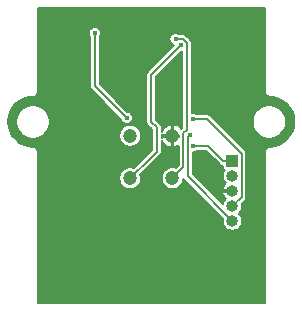
<source format=gbr>
G04 #@! TF.GenerationSoftware,KiCad,Pcbnew,5.1.9*
G04 #@! TF.CreationDate,2021-04-01T11:10:47+02:00*
G04 #@! TF.ProjectId,Y11025HL,59313130-3235-4484-9c2e-6b696361645f,rev?*
G04 #@! TF.SameCoordinates,Original*
G04 #@! TF.FileFunction,Copper,L2,Bot*
G04 #@! TF.FilePolarity,Positive*
%FSLAX45Y45*%
G04 Gerber Fmt 4.5, Leading zero omitted, Abs format (unit mm)*
G04 Created by KiCad (PCBNEW 5.1.9) date 2021-04-01 11:10:47*
%MOMM*%
%LPD*%
G01*
G04 APERTURE LIST*
G04 #@! TA.AperFunction,ComponentPad*
%ADD10C,1.200000*%
G04 #@! TD*
G04 #@! TA.AperFunction,ComponentPad*
%ADD11R,1.000000X1.000000*%
G04 #@! TD*
G04 #@! TA.AperFunction,ComponentPad*
%ADD12O,1.000000X1.000000*%
G04 #@! TD*
G04 #@! TA.AperFunction,ViaPad*
%ADD13C,0.400000*%
G04 #@! TD*
G04 #@! TA.AperFunction,Conductor*
%ADD14C,0.180000*%
G04 #@! TD*
G04 #@! TA.AperFunction,Conductor*
%ADD15C,0.150000*%
G04 #@! TD*
G04 #@! TA.AperFunction,Conductor*
%ADD16C,0.100000*%
G04 #@! TD*
G04 APERTURE END LIST*
D10*
X9820395Y-10179605D03*
X10179605Y-10179605D03*
X10179605Y-9820395D03*
X9820395Y-9820395D03*
D11*
X10687000Y-10033000D03*
D12*
X10687000Y-10160000D03*
X10687000Y-10287000D03*
X10687000Y-10414000D03*
X10687000Y-10541000D03*
D13*
X9150350Y-9080500D03*
X9150350Y-9366250D03*
X9645650Y-10344150D03*
X9290050Y-10655300D03*
X9093200Y-11049000D03*
X9086850Y-10299700D03*
X9245600Y-9918700D03*
X9315450Y-9632950D03*
X9512300Y-9791700D03*
X9709150Y-9740900D03*
X9994900Y-9861550D03*
X9594850Y-9543250D03*
X10375900Y-10115550D03*
X10204450Y-10045700D03*
X10737850Y-9182100D03*
X10807700Y-8966200D03*
X10325100Y-8966200D03*
X10407650Y-9550400D03*
X9753600Y-8858250D03*
X9436100Y-9004300D03*
X10205080Y-9001170D03*
X10251370Y-9052830D03*
X10355670Y-9904990D03*
X10349000Y-9674510D03*
X10327000Y-9810920D03*
X9522630Y-8952480D03*
X9791370Y-9666970D03*
D14*
X9150350Y-9080500D02*
X9150350Y-9366250D01*
X9784610Y-10344150D02*
X9645650Y-10344150D01*
X10179605Y-9949155D02*
X9784610Y-10344150D01*
X10179605Y-9820395D02*
X10179605Y-9949155D01*
X9093200Y-10852150D02*
X9093200Y-11049000D01*
X9290050Y-10655300D02*
X9093200Y-10852150D01*
X9245600Y-10140950D02*
X9245600Y-9918700D01*
X9086850Y-10299700D02*
X9245600Y-10140950D01*
X9315450Y-9531350D02*
X9150350Y-9366250D01*
X9315450Y-9632950D02*
X9315450Y-9531350D01*
X9385300Y-9918700D02*
X9512300Y-9791700D01*
X9245600Y-9918700D02*
X9385300Y-9918700D01*
X9729150Y-9720900D02*
X9854250Y-9720900D01*
X9854250Y-9720900D02*
X9994900Y-9861550D01*
X9709150Y-9740900D02*
X9729150Y-9720900D01*
X9594850Y-9626600D02*
X9709150Y-9740900D01*
X9594850Y-9543250D02*
X9594850Y-9626600D01*
X10547350Y-10287000D02*
X10375900Y-10115550D01*
X10687000Y-10287000D02*
X10547350Y-10287000D01*
X10179605Y-10020855D02*
X10179605Y-9949155D01*
X10204450Y-10045700D02*
X10179605Y-10020855D01*
X10737850Y-9036050D02*
X10807700Y-8966200D01*
X10737850Y-9182100D02*
X10737850Y-9036050D01*
X10807700Y-8966200D02*
X10325100Y-8966200D01*
X10407650Y-9048750D02*
X10407650Y-9550400D01*
X10325100Y-8966200D02*
X10407650Y-9048750D01*
X10217150Y-8858250D02*
X9753600Y-8858250D01*
X10325100Y-8966200D02*
X10217150Y-8858250D01*
X9359900Y-9080500D02*
X9150350Y-9080500D01*
X9436100Y-9004300D02*
X9359900Y-9080500D01*
X10205080Y-9001170D02*
X10267250Y-9001170D01*
X10267250Y-9001170D02*
X10300650Y-9034570D01*
X10300650Y-9034570D02*
X10300650Y-9770760D01*
X10300650Y-9770760D02*
X10272610Y-9798800D01*
X10272610Y-9798800D02*
X10272610Y-10086610D01*
X10272610Y-10086610D02*
X10179610Y-10179610D01*
X9993650Y-10006350D02*
X9820390Y-10179610D01*
X10045700Y-9954300D02*
X9993650Y-10006350D01*
X10045700Y-9747250D02*
X10045700Y-9954300D01*
X10000000Y-9701550D02*
X10045700Y-9747250D01*
X10000000Y-9304200D02*
X10000000Y-9701550D01*
X10251370Y-9052830D02*
X10000000Y-9304200D01*
X10687000Y-10033000D02*
X10609970Y-10033000D01*
X10609970Y-10033000D02*
X10481960Y-9904990D01*
X10481960Y-9904990D02*
X10355670Y-9904990D01*
X10687000Y-10414000D02*
X10764040Y-10336960D01*
X10764040Y-10336960D02*
X10764040Y-9969950D01*
X10764040Y-9969950D02*
X10468610Y-9674520D01*
X10468610Y-9674520D02*
X10349000Y-9674520D01*
X10349000Y-9674520D02*
X10349000Y-9674510D01*
X10327000Y-9810920D02*
X10308640Y-9829280D01*
X10308640Y-9829280D02*
X10308640Y-10162640D01*
X10308640Y-10162640D02*
X10687000Y-10541000D01*
X9522630Y-8952480D02*
X9522630Y-9398230D01*
X9522630Y-9398230D02*
X9791370Y-9666970D01*
D15*
X10962500Y-9451842D02*
X10963043Y-9457351D01*
X10965187Y-9464420D01*
X10968669Y-9470935D01*
X10973355Y-9476645D01*
X10979065Y-9481331D01*
X10985580Y-9484813D01*
X10992649Y-9486957D01*
X11000000Y-9487681D01*
X11000008Y-9487681D01*
X11041240Y-9491723D01*
X11080909Y-9503700D01*
X11117496Y-9523154D01*
X11149608Y-9549344D01*
X11176021Y-9581272D01*
X11195730Y-9617723D01*
X11207983Y-9657307D01*
X11212315Y-9698518D01*
X11208559Y-9739785D01*
X11196860Y-9779537D01*
X11177662Y-9816259D01*
X11151697Y-9848552D01*
X11119954Y-9875188D01*
X11083642Y-9895151D01*
X11044144Y-9907680D01*
X11001488Y-9912465D01*
X11000000Y-9912319D01*
X10992649Y-9913043D01*
X10985580Y-9915187D01*
X10979065Y-9918669D01*
X10973355Y-9923355D01*
X10968669Y-9929065D01*
X10965187Y-9935580D01*
X10963043Y-9942649D01*
X10962500Y-9948158D01*
X10962500Y-11232500D01*
X9037500Y-11232500D01*
X9037500Y-10170495D01*
X9727895Y-10170495D01*
X9727895Y-10188716D01*
X9731450Y-10206586D01*
X9738422Y-10223420D01*
X9748545Y-10238570D01*
X9761430Y-10251455D01*
X9776580Y-10261578D01*
X9793414Y-10268550D01*
X9811284Y-10272105D01*
X9829505Y-10272105D01*
X9847376Y-10268550D01*
X9864210Y-10261578D01*
X9879360Y-10251455D01*
X9892244Y-10238570D01*
X9902367Y-10223420D01*
X9909340Y-10206586D01*
X9912895Y-10188716D01*
X9912895Y-10170495D01*
X9909340Y-10152624D01*
X9908381Y-10150309D01*
X10073603Y-9985087D01*
X10075187Y-9983787D01*
X10080373Y-9977468D01*
X10084227Y-9970258D01*
X10086600Y-9962435D01*
X10087200Y-9956339D01*
X10087200Y-9956338D01*
X10087401Y-9954300D01*
X10087200Y-9952262D01*
X10087200Y-9851508D01*
X10090554Y-9861242D01*
X10100234Y-9877830D01*
X10112964Y-9892211D01*
X10128255Y-9903832D01*
X10145520Y-9912246D01*
X10156916Y-9915703D01*
X10172105Y-9908674D01*
X10172105Y-9827895D01*
X10091326Y-9827895D01*
X10087200Y-9836811D01*
X10087200Y-9803979D01*
X10091326Y-9812895D01*
X10172105Y-9812895D01*
X10172105Y-9732116D01*
X10156916Y-9725087D01*
X10138758Y-9731344D01*
X10122170Y-9741024D01*
X10107789Y-9753754D01*
X10096168Y-9769045D01*
X10087754Y-9786310D01*
X10087200Y-9788135D01*
X10087200Y-9749289D01*
X10087401Y-9747250D01*
X10086600Y-9739115D01*
X10084227Y-9731292D01*
X10080373Y-9724082D01*
X10076487Y-9719347D01*
X10076486Y-9719346D01*
X10075187Y-9717763D01*
X10073604Y-9716464D01*
X10041500Y-9684360D01*
X10041500Y-9321390D01*
X10257813Y-9105077D01*
X10259150Y-9104811D01*
X10259150Y-9753570D01*
X10254649Y-9758072D01*
X10246246Y-9748579D01*
X10230955Y-9736958D01*
X10213690Y-9728544D01*
X10202294Y-9725087D01*
X10187105Y-9732116D01*
X10187105Y-9812895D01*
X10231110Y-9812895D01*
X10231110Y-9827895D01*
X10197712Y-9827895D01*
X10191626Y-9821809D01*
X10181019Y-9832416D01*
X10187105Y-9838502D01*
X10187105Y-9908674D01*
X10202294Y-9915703D01*
X10220452Y-9909446D01*
X10231110Y-9903226D01*
X10231110Y-10069420D01*
X10208909Y-10091622D01*
X10206586Y-10090660D01*
X10188716Y-10087105D01*
X10170495Y-10087105D01*
X10152624Y-10090660D01*
X10135790Y-10097633D01*
X10120640Y-10107756D01*
X10107756Y-10120640D01*
X10097633Y-10135790D01*
X10090660Y-10152624D01*
X10087105Y-10170495D01*
X10087105Y-10188716D01*
X10090660Y-10206586D01*
X10097633Y-10223420D01*
X10107756Y-10238570D01*
X10120640Y-10251455D01*
X10135790Y-10261578D01*
X10152624Y-10268550D01*
X10170495Y-10272105D01*
X10188716Y-10272105D01*
X10206586Y-10268550D01*
X10223420Y-10261578D01*
X10238570Y-10251455D01*
X10251455Y-10238570D01*
X10261578Y-10223420D01*
X10268550Y-10206586D01*
X10272105Y-10188716D01*
X10272105Y-10182324D01*
X10273967Y-10185808D01*
X10277854Y-10190543D01*
X10277854Y-10190544D01*
X10279153Y-10192127D01*
X10280736Y-10193426D01*
X10607102Y-10519792D01*
X10604500Y-10532875D01*
X10604500Y-10549126D01*
X10607670Y-10565064D01*
X10613889Y-10580078D01*
X10622918Y-10593591D01*
X10634409Y-10605082D01*
X10647922Y-10614111D01*
X10662936Y-10620330D01*
X10678875Y-10623500D01*
X10695126Y-10623500D01*
X10711064Y-10620330D01*
X10726078Y-10614111D01*
X10739591Y-10605082D01*
X10751082Y-10593591D01*
X10760111Y-10580078D01*
X10766330Y-10565064D01*
X10769500Y-10549126D01*
X10769500Y-10532875D01*
X10766330Y-10516936D01*
X10760111Y-10501922D01*
X10751082Y-10488409D01*
X10740173Y-10477500D01*
X10751082Y-10466591D01*
X10760111Y-10453078D01*
X10766330Y-10438064D01*
X10769500Y-10422126D01*
X10769500Y-10405875D01*
X10766898Y-10392792D01*
X10791944Y-10367746D01*
X10793527Y-10366447D01*
X10794826Y-10364864D01*
X10794827Y-10364863D01*
X10798713Y-10360128D01*
X10802566Y-10352918D01*
X10802567Y-10352918D01*
X10804940Y-10345095D01*
X10805540Y-10338999D01*
X10805540Y-10338998D01*
X10805741Y-10336960D01*
X10805540Y-10334922D01*
X10805540Y-9971988D01*
X10805741Y-9969950D01*
X10805540Y-9967912D01*
X10805540Y-9967911D01*
X10804940Y-9961815D01*
X10802567Y-9953992D01*
X10800773Y-9950636D01*
X10798713Y-9946782D01*
X10794827Y-9942047D01*
X10794826Y-9942046D01*
X10793527Y-9940463D01*
X10791944Y-9939164D01*
X10538745Y-9685965D01*
X10857500Y-9685965D01*
X10857500Y-9714035D01*
X10862976Y-9741566D01*
X10873718Y-9767499D01*
X10889313Y-9790839D01*
X10909162Y-9810687D01*
X10932501Y-9826282D01*
X10958434Y-9837024D01*
X10985965Y-9842500D01*
X11014035Y-9842500D01*
X11041566Y-9837024D01*
X11067499Y-9826282D01*
X11090839Y-9810687D01*
X11110687Y-9790839D01*
X11126282Y-9767499D01*
X11137024Y-9741566D01*
X11142500Y-9714035D01*
X11142500Y-9685965D01*
X11137024Y-9658434D01*
X11126282Y-9632501D01*
X11110687Y-9609162D01*
X11090839Y-9589313D01*
X11067499Y-9573718D01*
X11041566Y-9562976D01*
X11014035Y-9557500D01*
X10985965Y-9557500D01*
X10958434Y-9562976D01*
X10932501Y-9573718D01*
X10909162Y-9589313D01*
X10889313Y-9609162D01*
X10873718Y-9632501D01*
X10862976Y-9658434D01*
X10857500Y-9685965D01*
X10538745Y-9685965D01*
X10499397Y-9646617D01*
X10498097Y-9645033D01*
X10491778Y-9639847D01*
X10484568Y-9635994D01*
X10476745Y-9633621D01*
X10470649Y-9633020D01*
X10470648Y-9633020D01*
X10468610Y-9632819D01*
X10466572Y-9633020D01*
X10381403Y-9633020D01*
X10373868Y-9627985D01*
X10364314Y-9624028D01*
X10354171Y-9622010D01*
X10343829Y-9622010D01*
X10342150Y-9622344D01*
X10342150Y-9036608D01*
X10342351Y-9034570D01*
X10342150Y-9032532D01*
X10342150Y-9032531D01*
X10341550Y-9026435D01*
X10339177Y-9018612D01*
X10335323Y-9011402D01*
X10330137Y-9005083D01*
X10328553Y-9003784D01*
X10298037Y-8973267D01*
X10296737Y-8971683D01*
X10290418Y-8966497D01*
X10283208Y-8962644D01*
X10275385Y-8960271D01*
X10269289Y-8959670D01*
X10269288Y-8959670D01*
X10267250Y-8959469D01*
X10265212Y-8959670D01*
X10237468Y-8959670D01*
X10229948Y-8954645D01*
X10220394Y-8950688D01*
X10210251Y-8948670D01*
X10199909Y-8948670D01*
X10189766Y-8950688D01*
X10180212Y-8954645D01*
X10171613Y-8960391D01*
X10164301Y-8967703D01*
X10158555Y-8976302D01*
X10154598Y-8985856D01*
X10152580Y-8995999D01*
X10152580Y-9006341D01*
X10154598Y-9016484D01*
X10158555Y-9026038D01*
X10164301Y-9034637D01*
X10171613Y-9041949D01*
X10180212Y-9047695D01*
X10189766Y-9051652D01*
X10193179Y-9052331D01*
X9972097Y-9273413D01*
X9970513Y-9274713D01*
X9969214Y-9276297D01*
X9965327Y-9281032D01*
X9961474Y-9288242D01*
X9961474Y-9288242D01*
X9959101Y-9296065D01*
X9958500Y-9302161D01*
X9958500Y-9302162D01*
X9958299Y-9304200D01*
X9958500Y-9306238D01*
X9958500Y-9699511D01*
X9958299Y-9701550D01*
X9959101Y-9709685D01*
X9961474Y-9717508D01*
X9965327Y-9724718D01*
X9969214Y-9729453D01*
X9969214Y-9729454D01*
X9970513Y-9731037D01*
X9972096Y-9732336D01*
X10004200Y-9764440D01*
X10004200Y-9937110D01*
X9849691Y-10091619D01*
X9847376Y-10090660D01*
X9829505Y-10087105D01*
X9811284Y-10087105D01*
X9793414Y-10090660D01*
X9776580Y-10097633D01*
X9761430Y-10107756D01*
X9748545Y-10120640D01*
X9738422Y-10135790D01*
X9731450Y-10152624D01*
X9727895Y-10170495D01*
X9037500Y-10170495D01*
X9037500Y-9948158D01*
X9036957Y-9942649D01*
X9034813Y-9935580D01*
X9031331Y-9929065D01*
X9026645Y-9923355D01*
X9020935Y-9918669D01*
X9014420Y-9915187D01*
X9007351Y-9913043D01*
X9000000Y-9912319D01*
X8999992Y-9912319D01*
X8958760Y-9908277D01*
X8919091Y-9896300D01*
X8882504Y-9876846D01*
X8850392Y-9850656D01*
X8823978Y-9818728D01*
X8804270Y-9782277D01*
X8792017Y-9742693D01*
X8787685Y-9701482D01*
X8789097Y-9685965D01*
X8857500Y-9685965D01*
X8857500Y-9714035D01*
X8862976Y-9741566D01*
X8873718Y-9767499D01*
X8889313Y-9790839D01*
X8909162Y-9810687D01*
X8932501Y-9826282D01*
X8958434Y-9837024D01*
X8985965Y-9842500D01*
X9014035Y-9842500D01*
X9041566Y-9837024D01*
X9067499Y-9826282D01*
X9089944Y-9811284D01*
X9727895Y-9811284D01*
X9727895Y-9829505D01*
X9731450Y-9847376D01*
X9738422Y-9864210D01*
X9748545Y-9879360D01*
X9761430Y-9892244D01*
X9776580Y-9902367D01*
X9793414Y-9909340D01*
X9811284Y-9912895D01*
X9829505Y-9912895D01*
X9847376Y-9909340D01*
X9864210Y-9902367D01*
X9879360Y-9892244D01*
X9892244Y-9879360D01*
X9902367Y-9864210D01*
X9909340Y-9847376D01*
X9912895Y-9829505D01*
X9912895Y-9811284D01*
X9909340Y-9793414D01*
X9902367Y-9776580D01*
X9892244Y-9761430D01*
X9879360Y-9748545D01*
X9864210Y-9738422D01*
X9847376Y-9731450D01*
X9829505Y-9727895D01*
X9811284Y-9727895D01*
X9793414Y-9731450D01*
X9776580Y-9738422D01*
X9761430Y-9748545D01*
X9748545Y-9761430D01*
X9738422Y-9776580D01*
X9731450Y-9793414D01*
X9727895Y-9811284D01*
X9089944Y-9811284D01*
X9090839Y-9810687D01*
X9110687Y-9790839D01*
X9126282Y-9767499D01*
X9137024Y-9741566D01*
X9142500Y-9714035D01*
X9142500Y-9685965D01*
X9137024Y-9658434D01*
X9126282Y-9632501D01*
X9110687Y-9609162D01*
X9090839Y-9589313D01*
X9067499Y-9573718D01*
X9041566Y-9562976D01*
X9014035Y-9557500D01*
X8985965Y-9557500D01*
X8958434Y-9562976D01*
X8932501Y-9573718D01*
X8909162Y-9589313D01*
X8889313Y-9609162D01*
X8873718Y-9632501D01*
X8862976Y-9658434D01*
X8857500Y-9685965D01*
X8789097Y-9685965D01*
X8791441Y-9660215D01*
X8803140Y-9620463D01*
X8822338Y-9583741D01*
X8848303Y-9551447D01*
X8880046Y-9524812D01*
X8916358Y-9504849D01*
X8955856Y-9492320D01*
X8998513Y-9487535D01*
X9000000Y-9487681D01*
X9007351Y-9486957D01*
X9014420Y-9484813D01*
X9020935Y-9481331D01*
X9026645Y-9476645D01*
X9031331Y-9470935D01*
X9034813Y-9464420D01*
X9036957Y-9457351D01*
X9037500Y-9451842D01*
X9037500Y-8947309D01*
X9470130Y-8947309D01*
X9470130Y-8957651D01*
X9472148Y-8967794D01*
X9476105Y-8977348D01*
X9481130Y-8984868D01*
X9481130Y-9396191D01*
X9480929Y-9398230D01*
X9481731Y-9406365D01*
X9484104Y-9414188D01*
X9487957Y-9421398D01*
X9491844Y-9426133D01*
X9491844Y-9426134D01*
X9493143Y-9427717D01*
X9494726Y-9429016D01*
X9739123Y-9673413D01*
X9740888Y-9682284D01*
X9744845Y-9691838D01*
X9750591Y-9700437D01*
X9757903Y-9707749D01*
X9766502Y-9713495D01*
X9776056Y-9717452D01*
X9786199Y-9719470D01*
X9796541Y-9719470D01*
X9806684Y-9717452D01*
X9816238Y-9713495D01*
X9824837Y-9707749D01*
X9832149Y-9700437D01*
X9837895Y-9691838D01*
X9841852Y-9682284D01*
X9843870Y-9672141D01*
X9843870Y-9661799D01*
X9841852Y-9651656D01*
X9837895Y-9642102D01*
X9832149Y-9633503D01*
X9824837Y-9626191D01*
X9816238Y-9620445D01*
X9806684Y-9616488D01*
X9797813Y-9614723D01*
X9564130Y-9381040D01*
X9564130Y-8984868D01*
X9569155Y-8977348D01*
X9573112Y-8967794D01*
X9575130Y-8957651D01*
X9575130Y-8947309D01*
X9573112Y-8937166D01*
X9569155Y-8927612D01*
X9563409Y-8919013D01*
X9556097Y-8911701D01*
X9547498Y-8905955D01*
X9537944Y-8901998D01*
X9527801Y-8899980D01*
X9517459Y-8899980D01*
X9507316Y-8901998D01*
X9497762Y-8905955D01*
X9489163Y-8911701D01*
X9481851Y-8919013D01*
X9476105Y-8927612D01*
X9472148Y-8937166D01*
X9470130Y-8947309D01*
X9037500Y-8947309D01*
X9037500Y-8737500D01*
X10962500Y-8737500D01*
X10962500Y-9451842D01*
G04 #@! TA.AperFunction,Conductor*
D16*
G36*
X10962500Y-9451842D02*
G01*
X10963043Y-9457351D01*
X10965187Y-9464420D01*
X10968669Y-9470935D01*
X10973355Y-9476645D01*
X10979065Y-9481331D01*
X10985580Y-9484813D01*
X10992649Y-9486957D01*
X11000000Y-9487681D01*
X11000008Y-9487681D01*
X11041240Y-9491723D01*
X11080909Y-9503700D01*
X11117496Y-9523154D01*
X11149608Y-9549344D01*
X11176021Y-9581272D01*
X11195730Y-9617723D01*
X11207983Y-9657307D01*
X11212315Y-9698518D01*
X11208559Y-9739785D01*
X11196860Y-9779537D01*
X11177662Y-9816259D01*
X11151697Y-9848552D01*
X11119954Y-9875188D01*
X11083642Y-9895151D01*
X11044144Y-9907680D01*
X11001488Y-9912465D01*
X11000000Y-9912319D01*
X10992649Y-9913043D01*
X10985580Y-9915187D01*
X10979065Y-9918669D01*
X10973355Y-9923355D01*
X10968669Y-9929065D01*
X10965187Y-9935580D01*
X10963043Y-9942649D01*
X10962500Y-9948158D01*
X10962500Y-11232500D01*
X9037500Y-11232500D01*
X9037500Y-10170495D01*
X9727895Y-10170495D01*
X9727895Y-10188716D01*
X9731450Y-10206586D01*
X9738422Y-10223420D01*
X9748545Y-10238570D01*
X9761430Y-10251455D01*
X9776580Y-10261578D01*
X9793414Y-10268550D01*
X9811284Y-10272105D01*
X9829505Y-10272105D01*
X9847376Y-10268550D01*
X9864210Y-10261578D01*
X9879360Y-10251455D01*
X9892244Y-10238570D01*
X9902367Y-10223420D01*
X9909340Y-10206586D01*
X9912895Y-10188716D01*
X9912895Y-10170495D01*
X9909340Y-10152624D01*
X9908381Y-10150309D01*
X10073603Y-9985087D01*
X10075187Y-9983787D01*
X10080373Y-9977468D01*
X10084227Y-9970258D01*
X10086600Y-9962435D01*
X10087200Y-9956339D01*
X10087200Y-9956338D01*
X10087401Y-9954300D01*
X10087200Y-9952262D01*
X10087200Y-9851508D01*
X10090554Y-9861242D01*
X10100234Y-9877830D01*
X10112964Y-9892211D01*
X10128255Y-9903832D01*
X10145520Y-9912246D01*
X10156916Y-9915703D01*
X10172105Y-9908674D01*
X10172105Y-9827895D01*
X10091326Y-9827895D01*
X10087200Y-9836811D01*
X10087200Y-9803979D01*
X10091326Y-9812895D01*
X10172105Y-9812895D01*
X10172105Y-9732116D01*
X10156916Y-9725087D01*
X10138758Y-9731344D01*
X10122170Y-9741024D01*
X10107789Y-9753754D01*
X10096168Y-9769045D01*
X10087754Y-9786310D01*
X10087200Y-9788135D01*
X10087200Y-9749289D01*
X10087401Y-9747250D01*
X10086600Y-9739115D01*
X10084227Y-9731292D01*
X10080373Y-9724082D01*
X10076487Y-9719347D01*
X10076486Y-9719346D01*
X10075187Y-9717763D01*
X10073604Y-9716464D01*
X10041500Y-9684360D01*
X10041500Y-9321390D01*
X10257813Y-9105077D01*
X10259150Y-9104811D01*
X10259150Y-9753570D01*
X10254649Y-9758072D01*
X10246246Y-9748579D01*
X10230955Y-9736958D01*
X10213690Y-9728544D01*
X10202294Y-9725087D01*
X10187105Y-9732116D01*
X10187105Y-9812895D01*
X10231110Y-9812895D01*
X10231110Y-9827895D01*
X10197712Y-9827895D01*
X10191626Y-9821809D01*
X10181019Y-9832416D01*
X10187105Y-9838502D01*
X10187105Y-9908674D01*
X10202294Y-9915703D01*
X10220452Y-9909446D01*
X10231110Y-9903226D01*
X10231110Y-10069420D01*
X10208909Y-10091622D01*
X10206586Y-10090660D01*
X10188716Y-10087105D01*
X10170495Y-10087105D01*
X10152624Y-10090660D01*
X10135790Y-10097633D01*
X10120640Y-10107756D01*
X10107756Y-10120640D01*
X10097633Y-10135790D01*
X10090660Y-10152624D01*
X10087105Y-10170495D01*
X10087105Y-10188716D01*
X10090660Y-10206586D01*
X10097633Y-10223420D01*
X10107756Y-10238570D01*
X10120640Y-10251455D01*
X10135790Y-10261578D01*
X10152624Y-10268550D01*
X10170495Y-10272105D01*
X10188716Y-10272105D01*
X10206586Y-10268550D01*
X10223420Y-10261578D01*
X10238570Y-10251455D01*
X10251455Y-10238570D01*
X10261578Y-10223420D01*
X10268550Y-10206586D01*
X10272105Y-10188716D01*
X10272105Y-10182324D01*
X10273967Y-10185808D01*
X10277854Y-10190543D01*
X10277854Y-10190544D01*
X10279153Y-10192127D01*
X10280736Y-10193426D01*
X10607102Y-10519792D01*
X10604500Y-10532875D01*
X10604500Y-10549126D01*
X10607670Y-10565064D01*
X10613889Y-10580078D01*
X10622918Y-10593591D01*
X10634409Y-10605082D01*
X10647922Y-10614111D01*
X10662936Y-10620330D01*
X10678875Y-10623500D01*
X10695126Y-10623500D01*
X10711064Y-10620330D01*
X10726078Y-10614111D01*
X10739591Y-10605082D01*
X10751082Y-10593591D01*
X10760111Y-10580078D01*
X10766330Y-10565064D01*
X10769500Y-10549126D01*
X10769500Y-10532875D01*
X10766330Y-10516936D01*
X10760111Y-10501922D01*
X10751082Y-10488409D01*
X10740173Y-10477500D01*
X10751082Y-10466591D01*
X10760111Y-10453078D01*
X10766330Y-10438064D01*
X10769500Y-10422126D01*
X10769500Y-10405875D01*
X10766898Y-10392792D01*
X10791944Y-10367746D01*
X10793527Y-10366447D01*
X10794826Y-10364864D01*
X10794827Y-10364863D01*
X10798713Y-10360128D01*
X10802566Y-10352918D01*
X10802567Y-10352918D01*
X10804940Y-10345095D01*
X10805540Y-10338999D01*
X10805540Y-10338998D01*
X10805741Y-10336960D01*
X10805540Y-10334922D01*
X10805540Y-9971988D01*
X10805741Y-9969950D01*
X10805540Y-9967912D01*
X10805540Y-9967911D01*
X10804940Y-9961815D01*
X10802567Y-9953992D01*
X10800773Y-9950636D01*
X10798713Y-9946782D01*
X10794827Y-9942047D01*
X10794826Y-9942046D01*
X10793527Y-9940463D01*
X10791944Y-9939164D01*
X10538745Y-9685965D01*
X10857500Y-9685965D01*
X10857500Y-9714035D01*
X10862976Y-9741566D01*
X10873718Y-9767499D01*
X10889313Y-9790839D01*
X10909162Y-9810687D01*
X10932501Y-9826282D01*
X10958434Y-9837024D01*
X10985965Y-9842500D01*
X11014035Y-9842500D01*
X11041566Y-9837024D01*
X11067499Y-9826282D01*
X11090839Y-9810687D01*
X11110687Y-9790839D01*
X11126282Y-9767499D01*
X11137024Y-9741566D01*
X11142500Y-9714035D01*
X11142500Y-9685965D01*
X11137024Y-9658434D01*
X11126282Y-9632501D01*
X11110687Y-9609162D01*
X11090839Y-9589313D01*
X11067499Y-9573718D01*
X11041566Y-9562976D01*
X11014035Y-9557500D01*
X10985965Y-9557500D01*
X10958434Y-9562976D01*
X10932501Y-9573718D01*
X10909162Y-9589313D01*
X10889313Y-9609162D01*
X10873718Y-9632501D01*
X10862976Y-9658434D01*
X10857500Y-9685965D01*
X10538745Y-9685965D01*
X10499397Y-9646617D01*
X10498097Y-9645033D01*
X10491778Y-9639847D01*
X10484568Y-9635994D01*
X10476745Y-9633621D01*
X10470649Y-9633020D01*
X10470648Y-9633020D01*
X10468610Y-9632819D01*
X10466572Y-9633020D01*
X10381403Y-9633020D01*
X10373868Y-9627985D01*
X10364314Y-9624028D01*
X10354171Y-9622010D01*
X10343829Y-9622010D01*
X10342150Y-9622344D01*
X10342150Y-9036608D01*
X10342351Y-9034570D01*
X10342150Y-9032532D01*
X10342150Y-9032531D01*
X10341550Y-9026435D01*
X10339177Y-9018612D01*
X10335323Y-9011402D01*
X10330137Y-9005083D01*
X10328553Y-9003784D01*
X10298037Y-8973267D01*
X10296737Y-8971683D01*
X10290418Y-8966497D01*
X10283208Y-8962644D01*
X10275385Y-8960271D01*
X10269289Y-8959670D01*
X10269288Y-8959670D01*
X10267250Y-8959469D01*
X10265212Y-8959670D01*
X10237468Y-8959670D01*
X10229948Y-8954645D01*
X10220394Y-8950688D01*
X10210251Y-8948670D01*
X10199909Y-8948670D01*
X10189766Y-8950688D01*
X10180212Y-8954645D01*
X10171613Y-8960391D01*
X10164301Y-8967703D01*
X10158555Y-8976302D01*
X10154598Y-8985856D01*
X10152580Y-8995999D01*
X10152580Y-9006341D01*
X10154598Y-9016484D01*
X10158555Y-9026038D01*
X10164301Y-9034637D01*
X10171613Y-9041949D01*
X10180212Y-9047695D01*
X10189766Y-9051652D01*
X10193179Y-9052331D01*
X9972097Y-9273413D01*
X9970513Y-9274713D01*
X9969214Y-9276297D01*
X9965327Y-9281032D01*
X9961474Y-9288242D01*
X9961474Y-9288242D01*
X9959101Y-9296065D01*
X9958500Y-9302161D01*
X9958500Y-9302162D01*
X9958299Y-9304200D01*
X9958500Y-9306238D01*
X9958500Y-9699511D01*
X9958299Y-9701550D01*
X9959101Y-9709685D01*
X9961474Y-9717508D01*
X9965327Y-9724718D01*
X9969214Y-9729453D01*
X9969214Y-9729454D01*
X9970513Y-9731037D01*
X9972096Y-9732336D01*
X10004200Y-9764440D01*
X10004200Y-9937110D01*
X9849691Y-10091619D01*
X9847376Y-10090660D01*
X9829505Y-10087105D01*
X9811284Y-10087105D01*
X9793414Y-10090660D01*
X9776580Y-10097633D01*
X9761430Y-10107756D01*
X9748545Y-10120640D01*
X9738422Y-10135790D01*
X9731450Y-10152624D01*
X9727895Y-10170495D01*
X9037500Y-10170495D01*
X9037500Y-9948158D01*
X9036957Y-9942649D01*
X9034813Y-9935580D01*
X9031331Y-9929065D01*
X9026645Y-9923355D01*
X9020935Y-9918669D01*
X9014420Y-9915187D01*
X9007351Y-9913043D01*
X9000000Y-9912319D01*
X8999992Y-9912319D01*
X8958760Y-9908277D01*
X8919091Y-9896300D01*
X8882504Y-9876846D01*
X8850392Y-9850656D01*
X8823978Y-9818728D01*
X8804270Y-9782277D01*
X8792017Y-9742693D01*
X8787685Y-9701482D01*
X8789097Y-9685965D01*
X8857500Y-9685965D01*
X8857500Y-9714035D01*
X8862976Y-9741566D01*
X8873718Y-9767499D01*
X8889313Y-9790839D01*
X8909162Y-9810687D01*
X8932501Y-9826282D01*
X8958434Y-9837024D01*
X8985965Y-9842500D01*
X9014035Y-9842500D01*
X9041566Y-9837024D01*
X9067499Y-9826282D01*
X9089944Y-9811284D01*
X9727895Y-9811284D01*
X9727895Y-9829505D01*
X9731450Y-9847376D01*
X9738422Y-9864210D01*
X9748545Y-9879360D01*
X9761430Y-9892244D01*
X9776580Y-9902367D01*
X9793414Y-9909340D01*
X9811284Y-9912895D01*
X9829505Y-9912895D01*
X9847376Y-9909340D01*
X9864210Y-9902367D01*
X9879360Y-9892244D01*
X9892244Y-9879360D01*
X9902367Y-9864210D01*
X9909340Y-9847376D01*
X9912895Y-9829505D01*
X9912895Y-9811284D01*
X9909340Y-9793414D01*
X9902367Y-9776580D01*
X9892244Y-9761430D01*
X9879360Y-9748545D01*
X9864210Y-9738422D01*
X9847376Y-9731450D01*
X9829505Y-9727895D01*
X9811284Y-9727895D01*
X9793414Y-9731450D01*
X9776580Y-9738422D01*
X9761430Y-9748545D01*
X9748545Y-9761430D01*
X9738422Y-9776580D01*
X9731450Y-9793414D01*
X9727895Y-9811284D01*
X9089944Y-9811284D01*
X9090839Y-9810687D01*
X9110687Y-9790839D01*
X9126282Y-9767499D01*
X9137024Y-9741566D01*
X9142500Y-9714035D01*
X9142500Y-9685965D01*
X9137024Y-9658434D01*
X9126282Y-9632501D01*
X9110687Y-9609162D01*
X9090839Y-9589313D01*
X9067499Y-9573718D01*
X9041566Y-9562976D01*
X9014035Y-9557500D01*
X8985965Y-9557500D01*
X8958434Y-9562976D01*
X8932501Y-9573718D01*
X8909162Y-9589313D01*
X8889313Y-9609162D01*
X8873718Y-9632501D01*
X8862976Y-9658434D01*
X8857500Y-9685965D01*
X8789097Y-9685965D01*
X8791441Y-9660215D01*
X8803140Y-9620463D01*
X8822338Y-9583741D01*
X8848303Y-9551447D01*
X8880046Y-9524812D01*
X8916358Y-9504849D01*
X8955856Y-9492320D01*
X8998513Y-9487535D01*
X9000000Y-9487681D01*
X9007351Y-9486957D01*
X9014420Y-9484813D01*
X9020935Y-9481331D01*
X9026645Y-9476645D01*
X9031331Y-9470935D01*
X9034813Y-9464420D01*
X9036957Y-9457351D01*
X9037500Y-9451842D01*
X9037500Y-8947309D01*
X9470130Y-8947309D01*
X9470130Y-8957651D01*
X9472148Y-8967794D01*
X9476105Y-8977348D01*
X9481130Y-8984868D01*
X9481130Y-9396191D01*
X9480929Y-9398230D01*
X9481731Y-9406365D01*
X9484104Y-9414188D01*
X9487957Y-9421398D01*
X9491844Y-9426133D01*
X9491844Y-9426134D01*
X9493143Y-9427717D01*
X9494726Y-9429016D01*
X9739123Y-9673413D01*
X9740888Y-9682284D01*
X9744845Y-9691838D01*
X9750591Y-9700437D01*
X9757903Y-9707749D01*
X9766502Y-9713495D01*
X9776056Y-9717452D01*
X9786199Y-9719470D01*
X9796541Y-9719470D01*
X9806684Y-9717452D01*
X9816238Y-9713495D01*
X9824837Y-9707749D01*
X9832149Y-9700437D01*
X9837895Y-9691838D01*
X9841852Y-9682284D01*
X9843870Y-9672141D01*
X9843870Y-9661799D01*
X9841852Y-9651656D01*
X9837895Y-9642102D01*
X9832149Y-9633503D01*
X9824837Y-9626191D01*
X9816238Y-9620445D01*
X9806684Y-9616488D01*
X9797813Y-9614723D01*
X9564130Y-9381040D01*
X9564130Y-8984868D01*
X9569155Y-8977348D01*
X9573112Y-8967794D01*
X9575130Y-8957651D01*
X9575130Y-8947309D01*
X9573112Y-8937166D01*
X9569155Y-8927612D01*
X9563409Y-8919013D01*
X9556097Y-8911701D01*
X9547498Y-8905955D01*
X9537944Y-8901998D01*
X9527801Y-8899980D01*
X9517459Y-8899980D01*
X9507316Y-8901998D01*
X9497762Y-8905955D01*
X9489163Y-8911701D01*
X9481851Y-8919013D01*
X9476105Y-8927612D01*
X9472148Y-8937166D01*
X9470130Y-8947309D01*
X9037500Y-8947309D01*
X9037500Y-8737500D01*
X10962500Y-8737500D01*
X10962500Y-9451842D01*
G37*
G04 #@! TD.AperFunction*
D15*
X10579184Y-10060904D02*
X10580483Y-10062487D01*
X10582066Y-10063786D01*
X10582067Y-10063787D01*
X10586802Y-10067673D01*
X10594012Y-10071527D01*
X10601835Y-10073900D01*
X10604343Y-10074147D01*
X10604343Y-10083000D01*
X10604970Y-10089371D01*
X10606829Y-10095497D01*
X10609847Y-10101143D01*
X10613908Y-10106092D01*
X10618857Y-10110154D01*
X10620498Y-10111031D01*
X10613889Y-10120922D01*
X10607670Y-10135936D01*
X10604500Y-10151875D01*
X10604500Y-10168126D01*
X10607670Y-10184064D01*
X10613889Y-10199078D01*
X10622918Y-10212591D01*
X10630774Y-10220447D01*
X10622316Y-10228074D01*
X10612063Y-10241825D01*
X10604690Y-10257313D01*
X10602069Y-10265955D01*
X10609236Y-10279500D01*
X10679500Y-10279500D01*
X10679500Y-10277500D01*
X10694500Y-10277500D01*
X10694500Y-10279500D01*
X10696500Y-10279500D01*
X10696500Y-10294500D01*
X10694500Y-10294500D01*
X10694500Y-10296500D01*
X10679500Y-10296500D01*
X10679500Y-10294500D01*
X10609236Y-10294500D01*
X10602069Y-10308045D01*
X10604690Y-10316687D01*
X10612063Y-10332175D01*
X10622316Y-10345926D01*
X10630774Y-10353553D01*
X10622918Y-10361409D01*
X10613889Y-10374922D01*
X10607670Y-10389936D01*
X10605506Y-10400816D01*
X10350140Y-10145450D01*
X10350140Y-9957419D01*
X10350499Y-9957490D01*
X10360841Y-9957490D01*
X10370984Y-9955472D01*
X10380538Y-9951515D01*
X10388058Y-9946490D01*
X10464770Y-9946490D01*
X10579184Y-10060904D01*
G04 #@! TA.AperFunction,Conductor*
D16*
G36*
X10579184Y-10060904D02*
G01*
X10580483Y-10062487D01*
X10582066Y-10063786D01*
X10582067Y-10063787D01*
X10586802Y-10067673D01*
X10594012Y-10071527D01*
X10601835Y-10073900D01*
X10604343Y-10074147D01*
X10604343Y-10083000D01*
X10604970Y-10089371D01*
X10606829Y-10095497D01*
X10609847Y-10101143D01*
X10613908Y-10106092D01*
X10618857Y-10110154D01*
X10620498Y-10111031D01*
X10613889Y-10120922D01*
X10607670Y-10135936D01*
X10604500Y-10151875D01*
X10604500Y-10168126D01*
X10607670Y-10184064D01*
X10613889Y-10199078D01*
X10622918Y-10212591D01*
X10630774Y-10220447D01*
X10622316Y-10228074D01*
X10612063Y-10241825D01*
X10604690Y-10257313D01*
X10602069Y-10265955D01*
X10609236Y-10279500D01*
X10679500Y-10279500D01*
X10679500Y-10277500D01*
X10694500Y-10277500D01*
X10694500Y-10279500D01*
X10696500Y-10279500D01*
X10696500Y-10294500D01*
X10694500Y-10294500D01*
X10694500Y-10296500D01*
X10679500Y-10296500D01*
X10679500Y-10294500D01*
X10609236Y-10294500D01*
X10602069Y-10308045D01*
X10604690Y-10316687D01*
X10612063Y-10332175D01*
X10622316Y-10345926D01*
X10630774Y-10353553D01*
X10622918Y-10361409D01*
X10613889Y-10374922D01*
X10607670Y-10389936D01*
X10605506Y-10400816D01*
X10350140Y-10145450D01*
X10350140Y-9957419D01*
X10350499Y-9957490D01*
X10360841Y-9957490D01*
X10370984Y-9955472D01*
X10380538Y-9951515D01*
X10388058Y-9946490D01*
X10464770Y-9946490D01*
X10579184Y-10060904D01*
G37*
G04 #@! TD.AperFunction*
M02*

</source>
